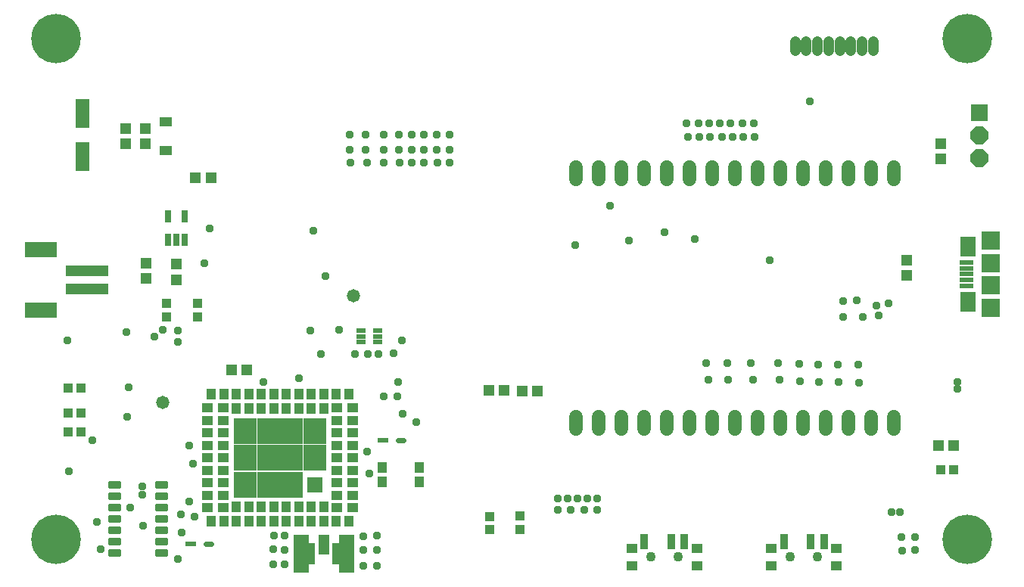
<source format=gbr>
G04 EAGLE Gerber RS-274X export*
G75*
%MOMM*%
%FSLAX34Y34*%
%LPD*%
%INSoldermask Top*%
%IPPOS*%
%AMOC8*
5,1,8,0,0,1.08239X$1,22.5*%
G01*
%ADD10R,1.553200X0.603200*%
%ADD11R,1.803200X2.303200*%
%ADD12R,2.103200X2.003200*%
%ADD13R,2.103200X2.103200*%
%ADD14R,1.203200X1.303200*%
%ADD15C,1.211200*%
%ADD16R,1.981200X1.981200*%
%ADD17P,2.144431X8X22.500000*%
%ADD18C,1.524000*%
%ADD19R,1.003200X1.003200*%
%ADD20R,1.303200X1.203200*%
%ADD21C,5.537200*%
%ADD22R,0.903200X1.703200*%
%ADD23R,1.203200X1.003200*%
%ADD24C,1.103200*%
%ADD25R,1.303200X1.103200*%
%ADD26R,1.103200X1.303200*%
%ADD27R,1.703200X1.703200*%
%ADD28R,2.503200X2.903200*%
%ADD29R,1.103200X1.203200*%
%ADD30R,1.209200X0.595200*%
%ADD31C,0.595200*%
%ADD32R,1.603200X3.203200*%
%ADD33R,1.423200X1.113200*%
%ADD34R,1.053200X0.603200*%
%ADD35R,0.753200X1.403200*%
%ADD36R,4.803200X1.203200*%
%ADD37R,3.603200X1.803200*%
%ADD38R,0.914400X2.336800*%
%ADD39R,1.727200X4.267200*%
%ADD40R,1.219200X2.235200*%
%ADD41C,0.399194*%
%ADD42C,1.473200*%
%ADD43C,0.959600*%


D10*
X1059100Y323500D03*
X1059100Y330000D03*
X1059100Y336500D03*
X1059100Y343000D03*
X1059100Y349500D03*
D11*
X1060350Y305500D03*
X1060350Y367500D03*
D12*
X1085850Y298500D03*
D13*
X1085850Y324500D03*
X1085850Y348500D03*
D12*
X1085850Y374500D03*
D14*
X991800Y352500D03*
X991800Y335500D03*
D15*
X954650Y586460D02*
X954650Y596540D01*
X942150Y596540D02*
X942150Y586460D01*
X929650Y586460D02*
X929650Y596540D01*
X917150Y596540D02*
X917150Y586460D01*
X904650Y586460D02*
X904650Y596540D01*
X892150Y596540D02*
X892150Y586460D01*
X879650Y586460D02*
X879650Y596540D01*
X867150Y596540D02*
X867150Y586460D01*
D16*
X1073000Y516900D03*
D17*
X1073000Y491500D03*
X1073000Y466100D03*
D18*
X977800Y456004D02*
X977800Y442796D01*
X952400Y442796D02*
X952400Y456004D01*
X927000Y456004D02*
X927000Y442796D01*
X901600Y442796D02*
X901600Y456004D01*
X876200Y456004D02*
X876200Y442796D01*
X850800Y442796D02*
X850800Y456004D01*
X825400Y456004D02*
X825400Y442796D01*
X800000Y442796D02*
X800000Y456004D01*
X774600Y456004D02*
X774600Y442796D01*
X749200Y442796D02*
X749200Y456004D01*
X723800Y456004D02*
X723800Y442796D01*
X698400Y442796D02*
X698400Y456004D01*
X673000Y456004D02*
X673000Y442796D01*
X647600Y442796D02*
X647600Y456004D01*
X622200Y456004D02*
X622200Y442796D01*
X977800Y176604D02*
X977800Y163396D01*
X952400Y163396D02*
X952400Y176604D01*
X927000Y176604D02*
X927000Y163396D01*
X901600Y163396D02*
X901600Y176604D01*
X876200Y176604D02*
X876200Y163396D01*
X850800Y163396D02*
X850800Y176604D01*
X825400Y176604D02*
X825400Y163396D01*
X800000Y163396D02*
X800000Y176604D01*
X774600Y176604D02*
X774600Y163396D01*
X749200Y163396D02*
X749200Y176604D01*
X723800Y176604D02*
X723800Y163396D01*
X698400Y163396D02*
X698400Y176604D01*
X673000Y176604D02*
X673000Y163396D01*
X647600Y163396D02*
X647600Y176604D01*
X622200Y176604D02*
X622200Y163396D01*
D19*
X559100Y65500D03*
X559100Y50500D03*
D14*
X561600Y206000D03*
X578600Y206000D03*
D20*
X1030300Y465900D03*
X1030300Y482900D03*
D19*
X1029900Y117900D03*
X1044900Y117900D03*
D14*
X1044600Y144300D03*
X1027600Y144300D03*
D21*
X1060000Y40000D03*
X1060000Y600000D03*
X40000Y600000D03*
X40000Y40000D03*
D19*
X525442Y65442D03*
X525442Y50442D03*
D14*
X524873Y206613D03*
X541873Y206613D03*
D22*
X854500Y37500D03*
X884500Y37500D03*
X899500Y37500D03*
D23*
X840500Y29650D03*
X840500Y10350D03*
X913500Y10350D03*
X913500Y29650D03*
D24*
X862000Y20000D03*
X892000Y20000D03*
D22*
X698500Y37500D03*
X728500Y37500D03*
X743500Y37500D03*
D23*
X684500Y29650D03*
X684500Y10350D03*
X757500Y10350D03*
X757500Y29650D03*
D24*
X706000Y20000D03*
X736000Y20000D03*
D25*
X372000Y75000D03*
X372000Y89000D03*
X372000Y103000D03*
X372000Y117000D03*
X372000Y131000D03*
X372000Y145000D03*
X372000Y159000D03*
X372000Y173000D03*
X372000Y187000D03*
D26*
X368000Y202000D03*
X354000Y202000D03*
X340000Y202000D03*
X326000Y202000D03*
X312000Y202000D03*
X298000Y202000D03*
X284000Y202000D03*
X270000Y202000D03*
X256000Y202000D03*
X242000Y202000D03*
X228000Y202000D03*
X214000Y202000D03*
D25*
X210000Y187000D03*
X210000Y173000D03*
X210000Y159000D03*
X210000Y145000D03*
X210000Y131000D03*
X210000Y117000D03*
X210000Y103000D03*
X210000Y89000D03*
X210000Y75000D03*
D26*
X214000Y60000D03*
X228000Y60000D03*
X242000Y60000D03*
X256000Y60000D03*
X270000Y60000D03*
X284000Y60000D03*
X298000Y60000D03*
X312000Y60000D03*
X326000Y60000D03*
X340000Y60000D03*
X354000Y60000D03*
X368000Y60000D03*
D25*
X354600Y75000D03*
X354600Y89000D03*
X354600Y103000D03*
X354600Y117000D03*
X354600Y131000D03*
X354600Y145000D03*
X354600Y159000D03*
X354600Y173000D03*
X354600Y187000D03*
D26*
X340000Y186000D03*
X326000Y186000D03*
X312000Y186000D03*
X298000Y186000D03*
X284000Y186000D03*
X270000Y186000D03*
X256000Y186000D03*
X242000Y186000D03*
D25*
X227400Y187000D03*
X227400Y173000D03*
X227400Y159000D03*
X227400Y145000D03*
X227400Y131000D03*
X227400Y117000D03*
X227400Y103000D03*
X227400Y89000D03*
X227400Y75000D03*
D26*
X242000Y76000D03*
X256000Y76000D03*
X270000Y76000D03*
X284000Y76000D03*
X298000Y76000D03*
X312000Y76000D03*
X326000Y76000D03*
X340000Y76000D03*
D27*
X330000Y101000D03*
D28*
X330000Y131000D03*
X330000Y161000D03*
X304000Y161000D03*
X278000Y161000D03*
X252000Y161000D03*
X252000Y131000D03*
X252000Y101000D03*
X278000Y101000D03*
X304000Y101000D03*
X304000Y131000D03*
X278000Y131000D03*
D20*
X253500Y229000D03*
X236500Y229000D03*
D29*
X446500Y104000D03*
X405500Y104000D03*
X446500Y120000D03*
X405500Y120000D03*
D30*
X406000Y151000D03*
D31*
X422930Y151000D02*
X429070Y151000D01*
D19*
X53500Y160000D03*
X68500Y160000D03*
X53500Y181000D03*
X68500Y181000D03*
D32*
X70000Y468000D03*
X70000Y516000D03*
D14*
X118000Y499500D03*
X118000Y482500D03*
X140000Y499500D03*
X140000Y482500D03*
D33*
X163000Y507350D03*
X163000Y474650D03*
D34*
X381750Y273500D03*
X381750Y267000D03*
X381750Y260500D03*
X400250Y260500D03*
X400250Y267000D03*
X400250Y273500D03*
D35*
X165500Y375000D03*
X175000Y375000D03*
X184500Y375000D03*
X184500Y401000D03*
X165500Y401000D03*
D19*
X164000Y303500D03*
X164000Y288500D03*
X199000Y288500D03*
X199000Y303500D03*
D20*
X175000Y330500D03*
X175000Y347500D03*
X141000Y331500D03*
X141000Y348500D03*
D14*
X196500Y444000D03*
X213500Y444000D03*
D36*
X75000Y340000D03*
X75000Y320000D03*
D37*
X23000Y296000D03*
X23000Y364000D03*
D38*
X326046Y23574D03*
X353954Y23574D03*
D39*
X365400Y23320D03*
X314600Y23320D03*
D40*
X340000Y33480D03*
D41*
X111020Y99330D02*
X111020Y102870D01*
X111020Y99330D02*
X100480Y99330D01*
X100480Y102870D01*
X111020Y102870D01*
X111020Y90170D02*
X111020Y86630D01*
X100480Y86630D01*
X100480Y90170D01*
X111020Y90170D01*
X111020Y77470D02*
X111020Y73930D01*
X100480Y73930D01*
X100480Y77470D01*
X111020Y77470D01*
X111020Y64770D02*
X111020Y61230D01*
X100480Y61230D01*
X100480Y64770D01*
X111020Y64770D01*
X111020Y52070D02*
X111020Y48530D01*
X100480Y48530D01*
X100480Y52070D01*
X111020Y52070D01*
X111020Y39370D02*
X111020Y35830D01*
X100480Y35830D01*
X100480Y39370D01*
X111020Y39370D01*
X111020Y26670D02*
X111020Y23130D01*
X100480Y23130D01*
X100480Y26670D01*
X111020Y26670D01*
X163520Y26670D02*
X163520Y23130D01*
X152980Y23130D01*
X152980Y26670D01*
X163520Y26670D01*
X163520Y35830D02*
X163520Y39370D01*
X163520Y35830D02*
X152980Y35830D01*
X152980Y39370D01*
X163520Y39370D01*
X163520Y48530D02*
X163520Y52070D01*
X163520Y48530D02*
X152980Y48530D01*
X152980Y52070D01*
X163520Y52070D01*
X163520Y61230D02*
X163520Y64770D01*
X163520Y61230D02*
X152980Y61230D01*
X152980Y64770D01*
X163520Y64770D01*
X163520Y73930D02*
X163520Y77470D01*
X163520Y73930D02*
X152980Y73930D01*
X152980Y77470D01*
X163520Y77470D01*
X163520Y86630D02*
X163520Y90170D01*
X163520Y86630D02*
X152980Y86630D01*
X152980Y90170D01*
X163520Y90170D01*
X163520Y99330D02*
X163520Y102870D01*
X163520Y99330D02*
X152980Y99330D01*
X152980Y102870D01*
X163520Y102870D01*
D30*
X191000Y35000D03*
D31*
X207930Y35000D02*
X214070Y35000D01*
D42*
X373000Y312000D03*
X160000Y193000D03*
D19*
X53500Y209000D03*
X68500Y209000D03*
D43*
X86000Y59000D03*
X90000Y29000D03*
X181000Y47000D03*
X384000Y10000D03*
X384000Y28000D03*
X384000Y43000D03*
X283000Y12000D03*
X284000Y44000D03*
X399000Y10000D03*
X768000Y237000D03*
X791000Y237000D03*
X818000Y237000D03*
X848000Y237000D03*
X872000Y236000D03*
X893000Y235000D03*
X915000Y235000D03*
X938000Y235000D03*
X939000Y215000D03*
X916000Y216000D03*
X894000Y216000D03*
X873000Y217000D03*
X850000Y218000D03*
X820000Y218000D03*
X792000Y218000D03*
X770000Y218000D03*
X921000Y306000D03*
X936000Y307000D03*
X958000Y301000D03*
X972000Y304000D03*
X921000Y289000D03*
X943000Y289000D03*
X961000Y290000D03*
X375000Y247000D03*
X389000Y247000D03*
X401000Y247000D03*
X443000Y171000D03*
X428000Y180000D03*
X422000Y200000D03*
X423000Y216000D03*
X407000Y200000D03*
X1001000Y42000D03*
X986000Y42000D03*
X987000Y27000D03*
X1001000Y28000D03*
X602000Y85000D03*
X613000Y85000D03*
X624000Y85000D03*
X635000Y85000D03*
X646000Y85000D03*
X602000Y73000D03*
X616000Y73000D03*
X631000Y73000D03*
X646000Y73000D03*
X369000Y493000D03*
X387000Y493000D03*
X407000Y493000D03*
X424000Y493000D03*
X438000Y493000D03*
X452000Y493000D03*
X466000Y493000D03*
X481000Y493000D03*
X369000Y476000D03*
X387000Y476000D03*
X407000Y476000D03*
X424000Y476000D03*
X438000Y476000D03*
X452000Y476000D03*
X466000Y476000D03*
X481000Y476000D03*
X370000Y461000D03*
X388000Y461000D03*
X407000Y461000D03*
X425000Y461000D03*
X438000Y461000D03*
X452000Y461000D03*
X467000Y461000D03*
X481000Y461000D03*
X177000Y273000D03*
X177000Y261000D03*
X746000Y505000D03*
X759000Y505000D03*
X771000Y505000D03*
X783000Y505000D03*
X795000Y505000D03*
X808000Y505000D03*
X821000Y505000D03*
X747000Y490000D03*
X760000Y490000D03*
X772000Y490000D03*
X785000Y490000D03*
X797000Y490000D03*
X809000Y490000D03*
X822000Y490000D03*
X283000Y29000D03*
X296000Y44000D03*
X296000Y28000D03*
X296000Y12000D03*
X399000Y44000D03*
X399000Y28000D03*
X212000Y388000D03*
X206000Y349000D03*
X328000Y385000D03*
X621000Y369000D03*
X119000Y272000D03*
X53000Y262000D03*
X839000Y352000D03*
X681000Y374000D03*
X160000Y274000D03*
X150000Y267000D03*
X137000Y90000D03*
X137000Y99000D03*
X1049000Y208000D03*
X1049000Y216000D03*
X975000Y70000D03*
X984000Y70000D03*
X884000Y530000D03*
X660000Y413000D03*
X272000Y216000D03*
X388000Y138000D03*
X194000Y124000D03*
X391000Y113000D03*
X138000Y55000D03*
X189000Y82000D03*
X357000Y274000D03*
X418000Y248000D03*
X312000Y220000D03*
X325000Y273000D03*
X342000Y334000D03*
X337000Y247000D03*
X427000Y262000D03*
X81000Y151000D03*
X120000Y177000D03*
X55000Y116000D03*
X123000Y75000D03*
X177000Y18000D03*
X755000Y376000D03*
X721000Y383000D03*
X195000Y65000D03*
X180000Y68000D03*
X189000Y145000D03*
X122000Y210000D03*
M02*

</source>
